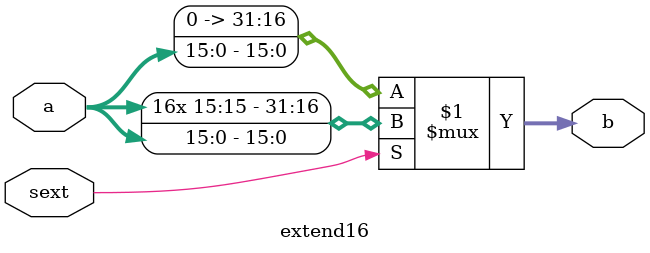
<source format=v>
`timescale 1ns / 1ns
module extend16 #(parameter WIDTH = 16)(
    input [WIDTH - 1:0] a,
    input sext,             //1表示有符号
    output [31:0] b
    );
    assign b = sext ? {{(32 - WIDTH){a[WIDTH - 1]}},a} : {{(32 - WIDTH){1'b0}},a};
endmodule
</source>
